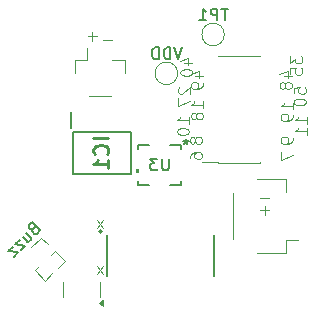
<source format=gbr>
%TF.GenerationSoftware,KiCad,Pcbnew,9.0.2*%
%TF.CreationDate,2025-11-14T19:25:59+05:30*%
%TF.ProjectId,Nade,4e616465-2e6b-4696-9361-645f70636258,rev?*%
%TF.SameCoordinates,Original*%
%TF.FileFunction,Legend,Bot*%
%TF.FilePolarity,Positive*%
%FSLAX46Y46*%
G04 Gerber Fmt 4.6, Leading zero omitted, Abs format (unit mm)*
G04 Created by KiCad (PCBNEW 9.0.2) date 2025-11-14 19:25:59*
%MOMM*%
%LPD*%
G01*
G04 APERTURE LIST*
%ADD10C,0.100000*%
%ADD11C,0.150000*%
%ADD12C,0.254000*%
%ADD13C,0.120000*%
%ADD14C,0.200000*%
%ADD15C,0.152400*%
%ADD16C,0.000000*%
G04 APERTURE END LIST*
D10*
X139296115Y-102791466D02*
X138534211Y-102791466D01*
X139296115Y-103791466D02*
X138534211Y-103791466D01*
X138915163Y-104172419D02*
X138915163Y-103410514D01*
X125191353Y-109172419D02*
X124667544Y-108505752D01*
X125191353Y-108505752D02*
X124667544Y-109172419D01*
X125191353Y-105272419D02*
X124667544Y-104605752D01*
X125191353Y-104605752D02*
X124667544Y-105272419D01*
X125996115Y-89391466D02*
X125234211Y-89391466D01*
X124696115Y-89091466D02*
X123934211Y-89091466D01*
X124315163Y-89472419D02*
X124315163Y-88710514D01*
X140267625Y-98854327D02*
X140267625Y-99520993D01*
X140267625Y-99520993D02*
X141267625Y-99092422D01*
X133667625Y-95173372D02*
X133667625Y-94601944D01*
X133667625Y-94887658D02*
X132667625Y-94887658D01*
X132667625Y-94887658D02*
X132810482Y-94792420D01*
X132810482Y-94792420D02*
X132905720Y-94697182D01*
X132905720Y-94697182D02*
X132953339Y-94601944D01*
X133096196Y-95744801D02*
X133048577Y-95649563D01*
X133048577Y-95649563D02*
X133000958Y-95601944D01*
X133000958Y-95601944D02*
X132905720Y-95554325D01*
X132905720Y-95554325D02*
X132858101Y-95554325D01*
X132858101Y-95554325D02*
X132762863Y-95601944D01*
X132762863Y-95601944D02*
X132715244Y-95649563D01*
X132715244Y-95649563D02*
X132667625Y-95744801D01*
X132667625Y-95744801D02*
X132667625Y-95935277D01*
X132667625Y-95935277D02*
X132715244Y-96030515D01*
X132715244Y-96030515D02*
X132762863Y-96078134D01*
X132762863Y-96078134D02*
X132858101Y-96125753D01*
X132858101Y-96125753D02*
X132905720Y-96125753D01*
X132905720Y-96125753D02*
X133000958Y-96078134D01*
X133000958Y-96078134D02*
X133048577Y-96030515D01*
X133048577Y-96030515D02*
X133096196Y-95935277D01*
X133096196Y-95935277D02*
X133096196Y-95744801D01*
X133096196Y-95744801D02*
X133143815Y-95649563D01*
X133143815Y-95649563D02*
X133191434Y-95601944D01*
X133191434Y-95601944D02*
X133286672Y-95554325D01*
X133286672Y-95554325D02*
X133477148Y-95554325D01*
X133477148Y-95554325D02*
X133572386Y-95601944D01*
X133572386Y-95601944D02*
X133620006Y-95649563D01*
X133620006Y-95649563D02*
X133667625Y-95744801D01*
X133667625Y-95744801D02*
X133667625Y-95935277D01*
X133667625Y-95935277D02*
X133620006Y-96030515D01*
X133620006Y-96030515D02*
X133572386Y-96078134D01*
X133572386Y-96078134D02*
X133477148Y-96125753D01*
X133477148Y-96125753D02*
X133286672Y-96125753D01*
X133286672Y-96125753D02*
X133191434Y-96078134D01*
X133191434Y-96078134D02*
X133143815Y-96030515D01*
X133143815Y-96030515D02*
X133096196Y-95935277D01*
X142467626Y-96473372D02*
X142467626Y-95901944D01*
X142467626Y-96187658D02*
X141467626Y-96187658D01*
X141467626Y-96187658D02*
X141610483Y-96092420D01*
X141610483Y-96092420D02*
X141705721Y-95997182D01*
X141705721Y-95997182D02*
X141753340Y-95901944D01*
X142467626Y-97425753D02*
X142467626Y-96854325D01*
X142467626Y-97140039D02*
X141467626Y-97140039D01*
X141467626Y-97140039D02*
X141610483Y-97044801D01*
X141610483Y-97044801D02*
X141705721Y-96949563D01*
X141705721Y-96949563D02*
X141753340Y-96854325D01*
X132100960Y-91378135D02*
X132767627Y-91378135D01*
X131720008Y-91140040D02*
X132434293Y-90901945D01*
X132434293Y-90901945D02*
X132434293Y-91520992D01*
X131767627Y-92092421D02*
X131767627Y-92187659D01*
X131767627Y-92187659D02*
X131815246Y-92282897D01*
X131815246Y-92282897D02*
X131862865Y-92330516D01*
X131862865Y-92330516D02*
X131958103Y-92378135D01*
X131958103Y-92378135D02*
X132148579Y-92425754D01*
X132148579Y-92425754D02*
X132386674Y-92425754D01*
X132386674Y-92425754D02*
X132577150Y-92378135D01*
X132577150Y-92378135D02*
X132672388Y-92330516D01*
X132672388Y-92330516D02*
X132720008Y-92282897D01*
X132720008Y-92282897D02*
X132767627Y-92187659D01*
X132767627Y-92187659D02*
X132767627Y-92092421D01*
X132767627Y-92092421D02*
X132720008Y-91997183D01*
X132720008Y-91997183D02*
X132672388Y-91949564D01*
X132672388Y-91949564D02*
X132577150Y-91901945D01*
X132577150Y-91901945D02*
X132386674Y-91854326D01*
X132386674Y-91854326D02*
X132148579Y-91854326D01*
X132148579Y-91854326D02*
X131958103Y-91901945D01*
X131958103Y-91901945D02*
X131862865Y-91949564D01*
X131862865Y-91949564D02*
X131815246Y-91997183D01*
X131815246Y-91997183D02*
X131767627Y-92092421D01*
X141267626Y-95273372D02*
X141267626Y-94701944D01*
X141267626Y-94987658D02*
X140267626Y-94987658D01*
X140267626Y-94987658D02*
X140410483Y-94892420D01*
X140410483Y-94892420D02*
X140505721Y-94797182D01*
X140505721Y-94797182D02*
X140553340Y-94701944D01*
X141267626Y-95749563D02*
X141267626Y-95940039D01*
X141267626Y-95940039D02*
X141220007Y-96035277D01*
X141220007Y-96035277D02*
X141172387Y-96082896D01*
X141172387Y-96082896D02*
X141029530Y-96178134D01*
X141029530Y-96178134D02*
X140839054Y-96225753D01*
X140839054Y-96225753D02*
X140458102Y-96225753D01*
X140458102Y-96225753D02*
X140362864Y-96178134D01*
X140362864Y-96178134D02*
X140315245Y-96130515D01*
X140315245Y-96130515D02*
X140267626Y-96035277D01*
X140267626Y-96035277D02*
X140267626Y-95844801D01*
X140267626Y-95844801D02*
X140315245Y-95749563D01*
X140315245Y-95749563D02*
X140362864Y-95701944D01*
X140362864Y-95701944D02*
X140458102Y-95654325D01*
X140458102Y-95654325D02*
X140696197Y-95654325D01*
X140696197Y-95654325D02*
X140791435Y-95701944D01*
X140791435Y-95701944D02*
X140839054Y-95749563D01*
X140839054Y-95749563D02*
X140886673Y-95844801D01*
X140886673Y-95844801D02*
X140886673Y-96035277D01*
X140886673Y-96035277D02*
X140839054Y-96130515D01*
X140839054Y-96130515D02*
X140791435Y-96178134D01*
X140791435Y-96178134D02*
X140696197Y-96225753D01*
X132567626Y-99378135D02*
X132567626Y-99187659D01*
X132567626Y-99187659D02*
X132615245Y-99092421D01*
X132615245Y-99092421D02*
X132662864Y-99044802D01*
X132662864Y-99044802D02*
X132805721Y-98949564D01*
X132805721Y-98949564D02*
X132996197Y-98901945D01*
X132996197Y-98901945D02*
X133377149Y-98901945D01*
X133377149Y-98901945D02*
X133472387Y-98949564D01*
X133472387Y-98949564D02*
X133520007Y-98997183D01*
X133520007Y-98997183D02*
X133567626Y-99092421D01*
X133567626Y-99092421D02*
X133567626Y-99282897D01*
X133567626Y-99282897D02*
X133520007Y-99378135D01*
X133520007Y-99378135D02*
X133472387Y-99425754D01*
X133472387Y-99425754D02*
X133377149Y-99473373D01*
X133377149Y-99473373D02*
X133139054Y-99473373D01*
X133139054Y-99473373D02*
X133043816Y-99425754D01*
X133043816Y-99425754D02*
X132996197Y-99378135D01*
X132996197Y-99378135D02*
X132948578Y-99282897D01*
X132948578Y-99282897D02*
X132948578Y-99092421D01*
X132948578Y-99092421D02*
X132996197Y-98997183D01*
X132996197Y-98997183D02*
X133043816Y-98949564D01*
X133043816Y-98949564D02*
X133139054Y-98901945D01*
X140500958Y-92478135D02*
X141167625Y-92478135D01*
X140120006Y-92240040D02*
X140834291Y-92001945D01*
X140834291Y-92001945D02*
X140834291Y-92620992D01*
X140596196Y-93144802D02*
X140548577Y-93049564D01*
X140548577Y-93049564D02*
X140500958Y-93001945D01*
X140500958Y-93001945D02*
X140405720Y-92954326D01*
X140405720Y-92954326D02*
X140358101Y-92954326D01*
X140358101Y-92954326D02*
X140262863Y-93001945D01*
X140262863Y-93001945D02*
X140215244Y-93049564D01*
X140215244Y-93049564D02*
X140167625Y-93144802D01*
X140167625Y-93144802D02*
X140167625Y-93335278D01*
X140167625Y-93335278D02*
X140215244Y-93430516D01*
X140215244Y-93430516D02*
X140262863Y-93478135D01*
X140262863Y-93478135D02*
X140358101Y-93525754D01*
X140358101Y-93525754D02*
X140405720Y-93525754D01*
X140405720Y-93525754D02*
X140500958Y-93478135D01*
X140500958Y-93478135D02*
X140548577Y-93430516D01*
X140548577Y-93430516D02*
X140596196Y-93335278D01*
X140596196Y-93335278D02*
X140596196Y-93144802D01*
X140596196Y-93144802D02*
X140643815Y-93049564D01*
X140643815Y-93049564D02*
X140691434Y-93001945D01*
X140691434Y-93001945D02*
X140786672Y-92954326D01*
X140786672Y-92954326D02*
X140977148Y-92954326D01*
X140977148Y-92954326D02*
X141072386Y-93001945D01*
X141072386Y-93001945D02*
X141120006Y-93049564D01*
X141120006Y-93049564D02*
X141167625Y-93144802D01*
X141167625Y-93144802D02*
X141167625Y-93335278D01*
X141167625Y-93335278D02*
X141120006Y-93430516D01*
X141120006Y-93430516D02*
X141072386Y-93478135D01*
X141072386Y-93478135D02*
X140977148Y-93525754D01*
X140977148Y-93525754D02*
X140786672Y-93525754D01*
X140786672Y-93525754D02*
X140691434Y-93478135D01*
X140691434Y-93478135D02*
X140643815Y-93430516D01*
X140643815Y-93430516D02*
X140596196Y-93335278D01*
X133000960Y-92478135D02*
X133667627Y-92478135D01*
X132620008Y-92240040D02*
X133334293Y-92001945D01*
X133334293Y-92001945D02*
X133334293Y-92620992D01*
X133667627Y-93049564D02*
X133667627Y-93240040D01*
X133667627Y-93240040D02*
X133620008Y-93335278D01*
X133620008Y-93335278D02*
X133572388Y-93382897D01*
X133572388Y-93382897D02*
X133429531Y-93478135D01*
X133429531Y-93478135D02*
X133239055Y-93525754D01*
X133239055Y-93525754D02*
X132858103Y-93525754D01*
X132858103Y-93525754D02*
X132762865Y-93478135D01*
X132762865Y-93478135D02*
X132715246Y-93430516D01*
X132715246Y-93430516D02*
X132667627Y-93335278D01*
X132667627Y-93335278D02*
X132667627Y-93144802D01*
X132667627Y-93144802D02*
X132715246Y-93049564D01*
X132715246Y-93049564D02*
X132762865Y-93001945D01*
X132762865Y-93001945D02*
X132858103Y-92954326D01*
X132858103Y-92954326D02*
X133096198Y-92954326D01*
X133096198Y-92954326D02*
X133191436Y-93001945D01*
X133191436Y-93001945D02*
X133239055Y-93049564D01*
X133239055Y-93049564D02*
X133286674Y-93144802D01*
X133286674Y-93144802D02*
X133286674Y-93335278D01*
X133286674Y-93335278D02*
X133239055Y-93430516D01*
X133239055Y-93430516D02*
X133191436Y-93478135D01*
X133191436Y-93478135D02*
X133096198Y-93525754D01*
X141367625Y-93925755D02*
X141367625Y-93449565D01*
X141367625Y-93449565D02*
X141843815Y-93401946D01*
X141843815Y-93401946D02*
X141796196Y-93449565D01*
X141796196Y-93449565D02*
X141748577Y-93544803D01*
X141748577Y-93544803D02*
X141748577Y-93782898D01*
X141748577Y-93782898D02*
X141796196Y-93878136D01*
X141796196Y-93878136D02*
X141843815Y-93925755D01*
X141843815Y-93925755D02*
X141939053Y-93973374D01*
X141939053Y-93973374D02*
X142177148Y-93973374D01*
X142177148Y-93973374D02*
X142272386Y-93925755D01*
X142272386Y-93925755D02*
X142320006Y-93878136D01*
X142320006Y-93878136D02*
X142367625Y-93782898D01*
X142367625Y-93782898D02*
X142367625Y-93544803D01*
X142367625Y-93544803D02*
X142320006Y-93449565D01*
X142320006Y-93449565D02*
X142272386Y-93401946D01*
X141367625Y-94592422D02*
X141367625Y-94687660D01*
X141367625Y-94687660D02*
X141415244Y-94782898D01*
X141415244Y-94782898D02*
X141462863Y-94830517D01*
X141462863Y-94830517D02*
X141558101Y-94878136D01*
X141558101Y-94878136D02*
X141748577Y-94925755D01*
X141748577Y-94925755D02*
X141986672Y-94925755D01*
X141986672Y-94925755D02*
X142177148Y-94878136D01*
X142177148Y-94878136D02*
X142272386Y-94830517D01*
X142272386Y-94830517D02*
X142320006Y-94782898D01*
X142320006Y-94782898D02*
X142367625Y-94687660D01*
X142367625Y-94687660D02*
X142367625Y-94592422D01*
X142367625Y-94592422D02*
X142320006Y-94497184D01*
X142320006Y-94497184D02*
X142272386Y-94449565D01*
X142272386Y-94449565D02*
X142177148Y-94401946D01*
X142177148Y-94401946D02*
X141986672Y-94354327D01*
X141986672Y-94354327D02*
X141748577Y-94354327D01*
X141748577Y-94354327D02*
X141558101Y-94401946D01*
X141558101Y-94401946D02*
X141462863Y-94449565D01*
X141462863Y-94449565D02*
X141415244Y-94497184D01*
X141415244Y-94497184D02*
X141367625Y-94592422D01*
X132996198Y-97792419D02*
X132948579Y-97697181D01*
X132948579Y-97697181D02*
X132900960Y-97649562D01*
X132900960Y-97649562D02*
X132805722Y-97601943D01*
X132805722Y-97601943D02*
X132758103Y-97601943D01*
X132758103Y-97601943D02*
X132662865Y-97649562D01*
X132662865Y-97649562D02*
X132615246Y-97697181D01*
X132615246Y-97697181D02*
X132567627Y-97792419D01*
X132567627Y-97792419D02*
X132567627Y-97982895D01*
X132567627Y-97982895D02*
X132615246Y-98078133D01*
X132615246Y-98078133D02*
X132662865Y-98125752D01*
X132662865Y-98125752D02*
X132758103Y-98173371D01*
X132758103Y-98173371D02*
X132805722Y-98173371D01*
X132805722Y-98173371D02*
X132900960Y-98125752D01*
X132900960Y-98125752D02*
X132948579Y-98078133D01*
X132948579Y-98078133D02*
X132996198Y-97982895D01*
X132996198Y-97982895D02*
X132996198Y-97792419D01*
X132996198Y-97792419D02*
X133043817Y-97697181D01*
X133043817Y-97697181D02*
X133091436Y-97649562D01*
X133091436Y-97649562D02*
X133186674Y-97601943D01*
X133186674Y-97601943D02*
X133377150Y-97601943D01*
X133377150Y-97601943D02*
X133472388Y-97649562D01*
X133472388Y-97649562D02*
X133520008Y-97697181D01*
X133520008Y-97697181D02*
X133567627Y-97792419D01*
X133567627Y-97792419D02*
X133567627Y-97982895D01*
X133567627Y-97982895D02*
X133520008Y-98078133D01*
X133520008Y-98078133D02*
X133472388Y-98125752D01*
X133472388Y-98125752D02*
X133377150Y-98173371D01*
X133377150Y-98173371D02*
X133186674Y-98173371D01*
X133186674Y-98173371D02*
X133091436Y-98125752D01*
X133091436Y-98125752D02*
X133043817Y-98078133D01*
X133043817Y-98078133D02*
X132996198Y-97982895D01*
X141267626Y-97697182D02*
X141267626Y-97887658D01*
X141267626Y-97887658D02*
X141220007Y-97982896D01*
X141220007Y-97982896D02*
X141172387Y-98030515D01*
X141172387Y-98030515D02*
X141029530Y-98125753D01*
X141029530Y-98125753D02*
X140839054Y-98173372D01*
X140839054Y-98173372D02*
X140458102Y-98173372D01*
X140458102Y-98173372D02*
X140362864Y-98125753D01*
X140362864Y-98125753D02*
X140315245Y-98078134D01*
X140315245Y-98078134D02*
X140267626Y-97982896D01*
X140267626Y-97982896D02*
X140267626Y-97792420D01*
X140267626Y-97792420D02*
X140315245Y-97697182D01*
X140315245Y-97697182D02*
X140362864Y-97649563D01*
X140362864Y-97649563D02*
X140458102Y-97601944D01*
X140458102Y-97601944D02*
X140696197Y-97601944D01*
X140696197Y-97601944D02*
X140791435Y-97649563D01*
X140791435Y-97649563D02*
X140839054Y-97697182D01*
X140839054Y-97697182D02*
X140886673Y-97792420D01*
X140886673Y-97792420D02*
X140886673Y-97982896D01*
X140886673Y-97982896D02*
X140839054Y-98078134D01*
X140839054Y-98078134D02*
X140791435Y-98125753D01*
X140791435Y-98125753D02*
X140696197Y-98173372D01*
X132467626Y-96473372D02*
X132467626Y-95901944D01*
X132467626Y-96187658D02*
X131467626Y-96187658D01*
X131467626Y-96187658D02*
X131610483Y-96092420D01*
X131610483Y-96092420D02*
X131705721Y-95997182D01*
X131705721Y-95997182D02*
X131753340Y-95901944D01*
X131467626Y-97092420D02*
X131467626Y-97187658D01*
X131467626Y-97187658D02*
X131515245Y-97282896D01*
X131515245Y-97282896D02*
X131562864Y-97330515D01*
X131562864Y-97330515D02*
X131658102Y-97378134D01*
X131658102Y-97378134D02*
X131848578Y-97425753D01*
X131848578Y-97425753D02*
X132086673Y-97425753D01*
X132086673Y-97425753D02*
X132277149Y-97378134D01*
X132277149Y-97378134D02*
X132372387Y-97330515D01*
X132372387Y-97330515D02*
X132420007Y-97282896D01*
X132420007Y-97282896D02*
X132467626Y-97187658D01*
X132467626Y-97187658D02*
X132467626Y-97092420D01*
X132467626Y-97092420D02*
X132420007Y-96997182D01*
X132420007Y-96997182D02*
X132372387Y-96949563D01*
X132372387Y-96949563D02*
X132277149Y-96901944D01*
X132277149Y-96901944D02*
X132086673Y-96854325D01*
X132086673Y-96854325D02*
X131848578Y-96854325D01*
X131848578Y-96854325D02*
X131658102Y-96901944D01*
X131658102Y-96901944D02*
X131562864Y-96949563D01*
X131562864Y-96949563D02*
X131515245Y-96997182D01*
X131515245Y-96997182D02*
X131467626Y-97092420D01*
X141067627Y-90754325D02*
X141067627Y-91373372D01*
X141067627Y-91373372D02*
X141448579Y-91040039D01*
X141448579Y-91040039D02*
X141448579Y-91182896D01*
X141448579Y-91182896D02*
X141496198Y-91278134D01*
X141496198Y-91278134D02*
X141543817Y-91325753D01*
X141543817Y-91325753D02*
X141639055Y-91373372D01*
X141639055Y-91373372D02*
X141877150Y-91373372D01*
X141877150Y-91373372D02*
X141972388Y-91325753D01*
X141972388Y-91325753D02*
X142020008Y-91278134D01*
X142020008Y-91278134D02*
X142067627Y-91182896D01*
X142067627Y-91182896D02*
X142067627Y-90897182D01*
X142067627Y-90897182D02*
X142020008Y-90801944D01*
X142020008Y-90801944D02*
X141972388Y-90754325D01*
X141067627Y-92278134D02*
X141067627Y-91801944D01*
X141067627Y-91801944D02*
X141543817Y-91754325D01*
X141543817Y-91754325D02*
X141496198Y-91801944D01*
X141496198Y-91801944D02*
X141448579Y-91897182D01*
X141448579Y-91897182D02*
X141448579Y-92135277D01*
X141448579Y-92135277D02*
X141496198Y-92230515D01*
X141496198Y-92230515D02*
X141543817Y-92278134D01*
X141543817Y-92278134D02*
X141639055Y-92325753D01*
X141639055Y-92325753D02*
X141877150Y-92325753D01*
X141877150Y-92325753D02*
X141972388Y-92278134D01*
X141972388Y-92278134D02*
X142020008Y-92230515D01*
X142020008Y-92230515D02*
X142067627Y-92135277D01*
X142067627Y-92135277D02*
X142067627Y-91897182D01*
X142067627Y-91897182D02*
X142020008Y-91801944D01*
X142020008Y-91801944D02*
X141972388Y-91754325D01*
X131662864Y-93401944D02*
X131615245Y-93449563D01*
X131615245Y-93449563D02*
X131567626Y-93544801D01*
X131567626Y-93544801D02*
X131567626Y-93782896D01*
X131567626Y-93782896D02*
X131615245Y-93878134D01*
X131615245Y-93878134D02*
X131662864Y-93925753D01*
X131662864Y-93925753D02*
X131758102Y-93973372D01*
X131758102Y-93973372D02*
X131853340Y-93973372D01*
X131853340Y-93973372D02*
X131996197Y-93925753D01*
X131996197Y-93925753D02*
X132567626Y-93354325D01*
X132567626Y-93354325D02*
X132567626Y-93973372D01*
X131567626Y-94306706D02*
X131567626Y-94973372D01*
X131567626Y-94973372D02*
X132567626Y-94544801D01*
D11*
X131908332Y-90031819D02*
X131574999Y-91031819D01*
X131574999Y-91031819D02*
X131241666Y-90031819D01*
X130908332Y-91031819D02*
X130908332Y-90031819D01*
X130908332Y-90031819D02*
X130670237Y-90031819D01*
X130670237Y-90031819D02*
X130527380Y-90079438D01*
X130527380Y-90079438D02*
X130432142Y-90174676D01*
X130432142Y-90174676D02*
X130384523Y-90269914D01*
X130384523Y-90269914D02*
X130336904Y-90460390D01*
X130336904Y-90460390D02*
X130336904Y-90603247D01*
X130336904Y-90603247D02*
X130384523Y-90793723D01*
X130384523Y-90793723D02*
X130432142Y-90888961D01*
X130432142Y-90888961D02*
X130527380Y-90984200D01*
X130527380Y-90984200D02*
X130670237Y-91031819D01*
X130670237Y-91031819D02*
X130908332Y-91031819D01*
X129908332Y-91031819D02*
X129908332Y-90031819D01*
X129908332Y-90031819D02*
X129670237Y-90031819D01*
X129670237Y-90031819D02*
X129527380Y-90079438D01*
X129527380Y-90079438D02*
X129432142Y-90174676D01*
X129432142Y-90174676D02*
X129384523Y-90269914D01*
X129384523Y-90269914D02*
X129336904Y-90460390D01*
X129336904Y-90460390D02*
X129336904Y-90603247D01*
X129336904Y-90603247D02*
X129384523Y-90793723D01*
X129384523Y-90793723D02*
X129432142Y-90888961D01*
X129432142Y-90888961D02*
X129527380Y-90984200D01*
X129527380Y-90984200D02*
X129670237Y-91031819D01*
X129670237Y-91031819D02*
X129908332Y-91031819D01*
X135786904Y-86731819D02*
X135215476Y-86731819D01*
X135501190Y-87731819D02*
X135501190Y-86731819D01*
X134882142Y-87731819D02*
X134882142Y-86731819D01*
X134882142Y-86731819D02*
X134501190Y-86731819D01*
X134501190Y-86731819D02*
X134405952Y-86779438D01*
X134405952Y-86779438D02*
X134358333Y-86827057D01*
X134358333Y-86827057D02*
X134310714Y-86922295D01*
X134310714Y-86922295D02*
X134310714Y-87065152D01*
X134310714Y-87065152D02*
X134358333Y-87160390D01*
X134358333Y-87160390D02*
X134405952Y-87208009D01*
X134405952Y-87208009D02*
X134501190Y-87255628D01*
X134501190Y-87255628D02*
X134882142Y-87255628D01*
X133358333Y-87731819D02*
X133929761Y-87731819D01*
X133644047Y-87731819D02*
X133644047Y-86731819D01*
X133644047Y-86731819D02*
X133739285Y-86874676D01*
X133739285Y-86874676D02*
X133834523Y-86969914D01*
X133834523Y-86969914D02*
X133929761Y-87017533D01*
D12*
X125664318Y-97735237D02*
X124394318Y-97735237D01*
X125543365Y-99065714D02*
X125603842Y-99005238D01*
X125603842Y-99005238D02*
X125664318Y-98823809D01*
X125664318Y-98823809D02*
X125664318Y-98702857D01*
X125664318Y-98702857D02*
X125603842Y-98521428D01*
X125603842Y-98521428D02*
X125482889Y-98400476D01*
X125482889Y-98400476D02*
X125361937Y-98339999D01*
X125361937Y-98339999D02*
X125120032Y-98279523D01*
X125120032Y-98279523D02*
X124938603Y-98279523D01*
X124938603Y-98279523D02*
X124696699Y-98339999D01*
X124696699Y-98339999D02*
X124575746Y-98400476D01*
X124575746Y-98400476D02*
X124454794Y-98521428D01*
X124454794Y-98521428D02*
X124394318Y-98702857D01*
X124394318Y-98702857D02*
X124394318Y-98823809D01*
X124394318Y-98823809D02*
X124454794Y-99005238D01*
X124454794Y-99005238D02*
X124515270Y-99065714D01*
X125664318Y-100275238D02*
X125664318Y-99549523D01*
X125664318Y-99912380D02*
X124394318Y-99912380D01*
X124394318Y-99912380D02*
X124575746Y-99791428D01*
X124575746Y-99791428D02*
X124696699Y-99670476D01*
X124696699Y-99670476D02*
X124757175Y-99549523D01*
D11*
X119284108Y-105390520D02*
X119216764Y-105525207D01*
X119216764Y-105525207D02*
X119216764Y-105592550D01*
X119216764Y-105592550D02*
X119250436Y-105693566D01*
X119250436Y-105693566D02*
X119351451Y-105794581D01*
X119351451Y-105794581D02*
X119452467Y-105828253D01*
X119452467Y-105828253D02*
X119519810Y-105828253D01*
X119519810Y-105828253D02*
X119620825Y-105794581D01*
X119620825Y-105794581D02*
X119890199Y-105525207D01*
X119890199Y-105525207D02*
X119183093Y-104818100D01*
X119183093Y-104818100D02*
X118947390Y-105053802D01*
X118947390Y-105053802D02*
X118913719Y-105154818D01*
X118913719Y-105154818D02*
X118913719Y-105222161D01*
X118913719Y-105222161D02*
X118947390Y-105323176D01*
X118947390Y-105323176D02*
X119014734Y-105390520D01*
X119014734Y-105390520D02*
X119115749Y-105424192D01*
X119115749Y-105424192D02*
X119183093Y-105424192D01*
X119183093Y-105424192D02*
X119284108Y-105390520D01*
X119284108Y-105390520D02*
X119519810Y-105154818D01*
X118408642Y-106063955D02*
X118880047Y-106535359D01*
X118711688Y-105760909D02*
X119082077Y-106131298D01*
X119082077Y-106131298D02*
X119115749Y-106232314D01*
X119115749Y-106232314D02*
X119082077Y-106333329D01*
X119082077Y-106333329D02*
X118981062Y-106434344D01*
X118981062Y-106434344D02*
X118880047Y-106468016D01*
X118880047Y-106468016D02*
X118812703Y-106468016D01*
X118139268Y-106333329D02*
X117768879Y-106703718D01*
X117768879Y-106703718D02*
X118610673Y-106804734D01*
X118610673Y-106804734D02*
X118240283Y-107175123D01*
X117566848Y-106905749D02*
X117196459Y-107276138D01*
X117196459Y-107276138D02*
X118038253Y-107377153D01*
X118038253Y-107377153D02*
X117667864Y-107747543D01*
X130768504Y-99444419D02*
X130768504Y-100253942D01*
X130768504Y-100253942D02*
X130720885Y-100349180D01*
X130720885Y-100349180D02*
X130673266Y-100396800D01*
X130673266Y-100396800D02*
X130578028Y-100444419D01*
X130578028Y-100444419D02*
X130387552Y-100444419D01*
X130387552Y-100444419D02*
X130292314Y-100396800D01*
X130292314Y-100396800D02*
X130244695Y-100349180D01*
X130244695Y-100349180D02*
X130197076Y-100253942D01*
X130197076Y-100253942D02*
X130197076Y-99444419D01*
X129816123Y-99444419D02*
X129197076Y-99444419D01*
X129197076Y-99444419D02*
X129530409Y-99825371D01*
X129530409Y-99825371D02*
X129387552Y-99825371D01*
X129387552Y-99825371D02*
X129292314Y-99872990D01*
X129292314Y-99872990D02*
X129244695Y-99920609D01*
X129244695Y-99920609D02*
X129197076Y-100015847D01*
X129197076Y-100015847D02*
X129197076Y-100253942D01*
X129197076Y-100253942D02*
X129244695Y-100349180D01*
X129244695Y-100349180D02*
X129292314Y-100396800D01*
X129292314Y-100396800D02*
X129387552Y-100444419D01*
X129387552Y-100444419D02*
X129673266Y-100444419D01*
X129673266Y-100444419D02*
X129768504Y-100396800D01*
X129768504Y-100396800D02*
X129816123Y-100349180D01*
X132216399Y-97813419D02*
X132216399Y-98051514D01*
X132454494Y-97956276D02*
X132216399Y-98051514D01*
X132216399Y-98051514D02*
X131978304Y-97956276D01*
X132359256Y-98241990D02*
X132216399Y-98051514D01*
X132216399Y-98051514D02*
X132073542Y-98241990D01*
X132216399Y-97813419D02*
X132216399Y-98051514D01*
X132454494Y-97956276D02*
X132216399Y-98051514D01*
X132216399Y-98051514D02*
X131978304Y-97956276D01*
X132359256Y-98241990D02*
X132216399Y-98051514D01*
X132216399Y-98051514D02*
X132073542Y-98241990D01*
D13*
%TO.C,VDD*%
X131525000Y-92225000D02*
G75*
G02*
X129625000Y-92225000I-950000J0D01*
G01*
X129625000Y-92225000D02*
G75*
G02*
X131525000Y-92225000I950000J0D01*
G01*
%TO.C,TP1*%
X135475000Y-88925000D02*
G75*
G02*
X133575000Y-88925000I-950000J0D01*
G01*
X133575000Y-88925000D02*
G75*
G02*
X135475000Y-88925000I950000J0D01*
G01*
%TO.C,Q1*%
X121835000Y-110500000D02*
X121835000Y-109850001D01*
X121835000Y-110500000D02*
X121835000Y-111150000D01*
X124955000Y-110500000D02*
X124955000Y-109850000D01*
X124955000Y-110500000D02*
X124955000Y-111149999D01*
X125235000Y-111902500D02*
X124905000Y-111662500D01*
X125234998Y-111422500D01*
X125235000Y-111902500D01*
G36*
X125235000Y-111902500D02*
G01*
X124905000Y-111662500D01*
X125234998Y-111422500D01*
X125235000Y-111902500D01*
G37*
%TO.C,J4*%
X122832594Y-91049797D02*
X123882600Y-91049798D01*
X122832601Y-92199799D02*
X122832594Y-91049797D01*
X123882600Y-91049798D02*
X123882600Y-90059800D01*
X124002600Y-94169800D02*
X125882600Y-94169800D01*
X127052601Y-91049799D02*
X126002600Y-91049798D01*
X127052601Y-92199799D02*
X127052601Y-91049799D01*
%TO.C,J3*%
X133630200Y-99760700D02*
X134905199Y-99760702D01*
X134905197Y-90780701D02*
X134905200Y-90715700D01*
X134905200Y-90715700D02*
X138535200Y-90715700D01*
X134905200Y-99825700D02*
X134905199Y-99760702D01*
X134905200Y-99825700D02*
X138535200Y-99825700D01*
X138535200Y-99825700D02*
X138535203Y-99760699D01*
X138535201Y-90780698D02*
X138535200Y-90715700D01*
%TO.C,J7*%
X136240002Y-106245003D02*
X136240000Y-102365001D01*
X138210000Y-101195000D02*
X140710000Y-101194999D01*
X138210000Y-107415000D02*
X140709999Y-107415002D01*
X140709999Y-107415002D02*
X140710000Y-106365002D01*
X140710000Y-101194999D02*
X140710000Y-102244998D01*
X140710000Y-106365002D02*
X141700000Y-106365000D01*
D14*
%TO.C,IC1*%
X122510000Y-95500000D02*
X122510000Y-96850000D01*
X122640000Y-97200000D02*
X122640000Y-100750000D01*
X122640000Y-100750000D02*
X127540000Y-100750000D01*
X127540000Y-97200000D02*
X122640000Y-97200000D01*
X127540000Y-100750000D02*
X127540000Y-97200000D01*
D13*
%TO.C,Buzz*%
X119477512Y-108908001D02*
X120329576Y-109760065D01*
X119826323Y-108559191D02*
X119477512Y-108908001D01*
X119972488Y-106121999D02*
X119152243Y-106942243D01*
X120545244Y-106694756D02*
X119972488Y-106121999D01*
X120925014Y-109164626D02*
X120329576Y-109760065D01*
X121118000Y-107267513D02*
X120769190Y-107616322D01*
X121118000Y-107267513D02*
X121970064Y-108119576D01*
X121970064Y-108119576D02*
X121374625Y-108715015D01*
D15*
%TO.C,U3*%
X128203200Y-98313200D02*
X129137820Y-98313200D01*
X128203200Y-98620819D02*
X128203200Y-98313200D01*
X128203200Y-101666000D02*
X128203200Y-101358381D01*
X129137820Y-101666000D02*
X128203200Y-101666000D01*
X130875380Y-98313200D02*
X131810000Y-98313200D01*
X131810000Y-98313200D02*
X131810000Y-98620819D01*
X131810000Y-101358381D02*
X131810000Y-101666000D01*
X131810000Y-101666000D02*
X130875380Y-101666000D01*
D16*
G36*
X128241300Y-100680099D02*
G01*
X127987300Y-100680099D01*
X127987300Y-100299099D01*
X128241300Y-100299099D01*
X128241300Y-100680099D01*
G37*
D14*
%TO.C,J1*%
X125554998Y-105939999D02*
X125554998Y-105939999D01*
X125554998Y-105939999D02*
X125555001Y-109370000D01*
X125555001Y-109370000D02*
X125555001Y-109370000D01*
X134614999Y-105940000D02*
X134614999Y-105940000D01*
X134615002Y-109370001D02*
X134614999Y-105940000D01*
X134615002Y-109370001D02*
X134615002Y-109370001D01*
X125090000Y-105619999D02*
G75*
G02*
X124890000Y-105619999I-100000J0D01*
G01*
X124890000Y-105619999D02*
G75*
G02*
X125090000Y-105619999I100000J0D01*
G01*
%TD*%
M02*

</source>
